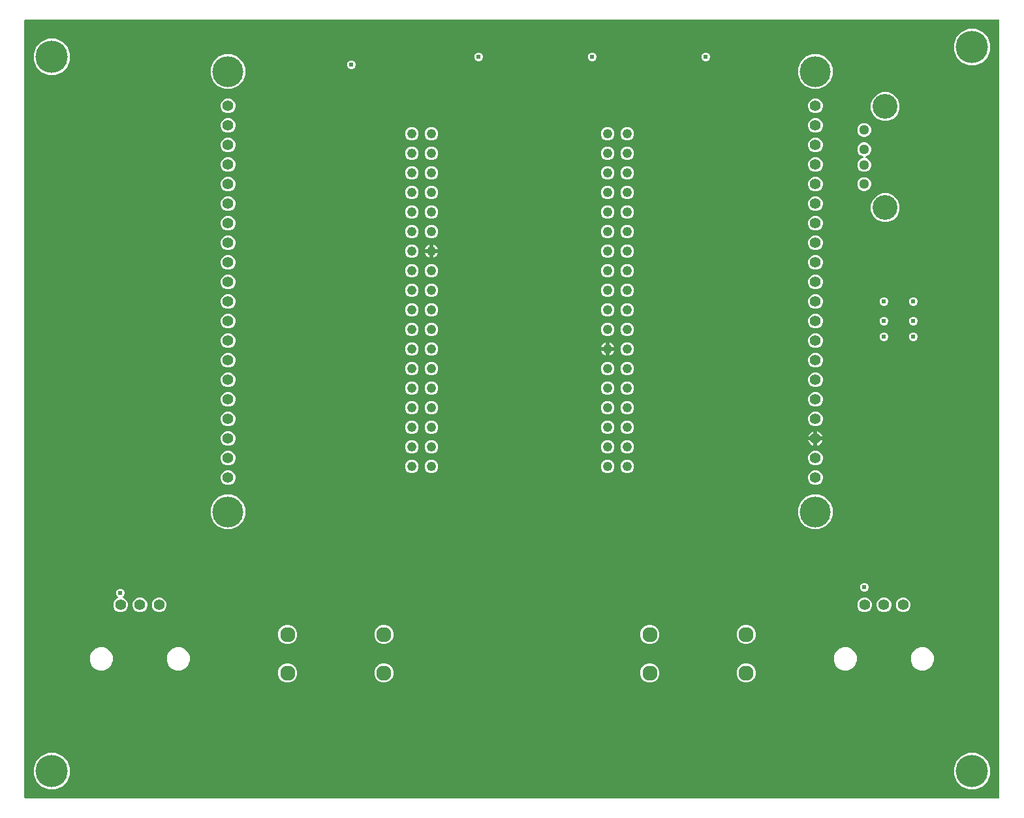
<source format=gbr>
G04 EAGLE Gerber RS-274X export*
G75*
%MOMM*%
%FSLAX34Y34*%
%LPD*%
%INCopper Layer 15*%
%IPPOS*%
%AMOC8*
5,1,8,0,0,1.08239X$1,22.5*%
G01*
%ADD10C,1.244600*%
%ADD11C,1.288000*%
%ADD12C,3.220000*%
%ADD13C,1.400000*%
%ADD14C,1.960000*%
%ADD15C,4.016000*%
%ADD16C,4.191000*%
%ADD17C,0.609600*%

G36*
X1266308Y2556D02*
X1266308Y2556D01*
X1266427Y2563D01*
X1266465Y2576D01*
X1266506Y2581D01*
X1266616Y2624D01*
X1266729Y2661D01*
X1266764Y2683D01*
X1266801Y2698D01*
X1266897Y2767D01*
X1266998Y2831D01*
X1267026Y2861D01*
X1267059Y2884D01*
X1267135Y2976D01*
X1267216Y3063D01*
X1267236Y3098D01*
X1267261Y3129D01*
X1267312Y3237D01*
X1267370Y3341D01*
X1267380Y3381D01*
X1267397Y3417D01*
X1267419Y3534D01*
X1267449Y3649D01*
X1267453Y3709D01*
X1267457Y3729D01*
X1267455Y3750D01*
X1267459Y3810D01*
X1267459Y1012190D01*
X1267444Y1012308D01*
X1267437Y1012427D01*
X1267424Y1012465D01*
X1267419Y1012506D01*
X1267376Y1012616D01*
X1267339Y1012729D01*
X1267317Y1012764D01*
X1267302Y1012801D01*
X1267233Y1012897D01*
X1267169Y1012998D01*
X1267139Y1013026D01*
X1267116Y1013059D01*
X1267024Y1013135D01*
X1266937Y1013216D01*
X1266902Y1013236D01*
X1266871Y1013261D01*
X1266763Y1013312D01*
X1266659Y1013370D01*
X1266619Y1013380D01*
X1266583Y1013397D01*
X1266466Y1013419D01*
X1266351Y1013449D01*
X1266291Y1013453D01*
X1266271Y1013457D01*
X1266250Y1013455D01*
X1266190Y1013459D01*
X3810Y1013459D01*
X3692Y1013444D01*
X3573Y1013437D01*
X3535Y1013424D01*
X3494Y1013419D01*
X3384Y1013376D01*
X3271Y1013339D01*
X3236Y1013317D01*
X3199Y1013302D01*
X3103Y1013233D01*
X3002Y1013169D01*
X2974Y1013139D01*
X2941Y1013116D01*
X2865Y1013024D01*
X2784Y1012937D01*
X2764Y1012902D01*
X2739Y1012871D01*
X2688Y1012763D01*
X2630Y1012659D01*
X2620Y1012619D01*
X2603Y1012583D01*
X2581Y1012466D01*
X2551Y1012351D01*
X2547Y1012291D01*
X2543Y1012271D01*
X2545Y1012250D01*
X2541Y1012190D01*
X2541Y3810D01*
X2556Y3692D01*
X2563Y3573D01*
X2576Y3535D01*
X2581Y3494D01*
X2624Y3384D01*
X2661Y3271D01*
X2683Y3236D01*
X2698Y3199D01*
X2767Y3103D01*
X2831Y3002D01*
X2861Y2974D01*
X2884Y2941D01*
X2976Y2865D01*
X3063Y2784D01*
X3098Y2764D01*
X3129Y2739D01*
X3237Y2688D01*
X3341Y2630D01*
X3381Y2620D01*
X3417Y2603D01*
X3534Y2581D01*
X3649Y2551D01*
X3709Y2547D01*
X3729Y2543D01*
X3750Y2545D01*
X3810Y2541D01*
X1266190Y2541D01*
X1266308Y2556D01*
G37*
%LPC*%
G36*
X1227226Y954404D02*
X1227226Y954404D01*
X1218591Y957981D01*
X1211981Y964591D01*
X1208404Y973226D01*
X1208404Y982574D01*
X1211981Y991209D01*
X1218591Y997819D01*
X1227226Y1001396D01*
X1236574Y1001396D01*
X1245209Y997819D01*
X1251819Y991209D01*
X1255396Y982574D01*
X1255396Y973226D01*
X1251819Y964591D01*
X1245209Y957981D01*
X1236574Y954404D01*
X1227226Y954404D01*
G37*
%LPD*%
%LPC*%
G36*
X33426Y941704D02*
X33426Y941704D01*
X24791Y945281D01*
X18181Y951891D01*
X14604Y960526D01*
X14604Y969874D01*
X18181Y978509D01*
X24791Y985119D01*
X33426Y988696D01*
X42774Y988696D01*
X51409Y985119D01*
X58019Y978509D01*
X61596Y969874D01*
X61596Y960526D01*
X58019Y951891D01*
X51409Y945281D01*
X42774Y941704D01*
X33426Y941704D01*
G37*
%LPD*%
%LPC*%
G36*
X1227226Y14604D02*
X1227226Y14604D01*
X1218591Y18181D01*
X1211981Y24791D01*
X1208404Y33426D01*
X1208404Y42774D01*
X1211981Y51409D01*
X1218591Y58019D01*
X1227226Y61596D01*
X1236574Y61596D01*
X1245209Y58019D01*
X1251819Y51409D01*
X1255396Y42774D01*
X1255396Y33426D01*
X1251819Y24791D01*
X1245209Y18181D01*
X1236574Y14604D01*
X1227226Y14604D01*
G37*
%LPD*%
%LPC*%
G36*
X33426Y14604D02*
X33426Y14604D01*
X24791Y18181D01*
X18181Y24791D01*
X14604Y33426D01*
X14604Y42774D01*
X18181Y51409D01*
X24791Y58019D01*
X33426Y61596D01*
X42774Y61596D01*
X51409Y58019D01*
X58019Y51409D01*
X61596Y42774D01*
X61596Y33426D01*
X58019Y24791D01*
X51409Y18181D01*
X42774Y14604D01*
X33426Y14604D01*
G37*
%LPD*%
%LPC*%
G36*
X1024200Y352029D02*
X1024200Y352029D01*
X1015886Y355473D01*
X1009523Y361836D01*
X1006079Y370150D01*
X1006079Y379150D01*
X1009523Y387464D01*
X1015886Y393827D01*
X1024200Y397271D01*
X1033200Y397271D01*
X1041514Y393827D01*
X1047877Y387464D01*
X1051321Y379150D01*
X1051321Y370150D01*
X1047877Y361836D01*
X1041514Y355473D01*
X1033200Y352029D01*
X1024200Y352029D01*
G37*
%LPD*%
%LPC*%
G36*
X1024200Y923529D02*
X1024200Y923529D01*
X1015886Y926973D01*
X1009523Y933336D01*
X1006079Y941650D01*
X1006079Y950650D01*
X1009523Y958964D01*
X1015886Y965327D01*
X1024200Y968771D01*
X1033200Y968771D01*
X1041514Y965327D01*
X1047877Y958964D01*
X1051321Y950650D01*
X1051321Y941650D01*
X1047877Y933336D01*
X1041514Y926973D01*
X1033200Y923529D01*
X1024200Y923529D01*
G37*
%LPD*%
%LPC*%
G36*
X262200Y923529D02*
X262200Y923529D01*
X253886Y926973D01*
X247523Y933336D01*
X244079Y941650D01*
X244079Y950650D01*
X247523Y958964D01*
X253886Y965327D01*
X262200Y968771D01*
X271200Y968771D01*
X279514Y965327D01*
X285877Y958964D01*
X289321Y950650D01*
X289321Y941650D01*
X285877Y933336D01*
X279514Y926973D01*
X271200Y923529D01*
X262200Y923529D01*
G37*
%LPD*%
%LPC*%
G36*
X262200Y352029D02*
X262200Y352029D01*
X253886Y355473D01*
X247523Y361836D01*
X244079Y370150D01*
X244079Y379150D01*
X247523Y387464D01*
X253886Y393827D01*
X262200Y397271D01*
X271200Y397271D01*
X279514Y393827D01*
X285877Y387464D01*
X289321Y379150D01*
X289321Y370150D01*
X285877Y361836D01*
X279514Y355473D01*
X271200Y352029D01*
X262200Y352029D01*
G37*
%LPD*%
%LPC*%
G36*
X1115592Y882159D02*
X1115592Y882159D01*
X1108741Y884997D01*
X1103497Y890241D01*
X1100659Y897092D01*
X1100659Y904508D01*
X1103497Y911359D01*
X1108741Y916603D01*
X1115592Y919441D01*
X1123008Y919441D01*
X1129859Y916603D01*
X1135103Y911359D01*
X1137941Y904508D01*
X1137941Y897092D01*
X1135103Y890241D01*
X1129859Y884997D01*
X1123008Y882159D01*
X1115592Y882159D01*
G37*
%LPD*%
%LPC*%
G36*
X1115592Y750759D02*
X1115592Y750759D01*
X1108741Y753597D01*
X1103497Y758841D01*
X1100659Y765692D01*
X1100659Y773108D01*
X1103497Y779959D01*
X1108741Y785203D01*
X1115592Y788041D01*
X1123008Y788041D01*
X1129859Y785203D01*
X1135103Y779959D01*
X1137941Y773108D01*
X1137941Y765692D01*
X1135103Y758841D01*
X1129859Y753597D01*
X1123008Y750759D01*
X1115592Y750759D01*
G37*
%LPD*%
%LPC*%
G36*
X1064608Y168959D02*
X1064608Y168959D01*
X1059080Y171249D01*
X1054849Y175480D01*
X1052559Y181008D01*
X1052559Y186992D01*
X1054849Y192520D01*
X1059080Y196751D01*
X1064608Y199041D01*
X1070592Y199041D01*
X1076120Y196751D01*
X1080351Y192520D01*
X1082641Y186992D01*
X1082641Y181008D01*
X1080351Y175480D01*
X1076120Y171249D01*
X1070592Y168959D01*
X1064608Y168959D01*
G37*
%LPD*%
%LPC*%
G36*
X99408Y168959D02*
X99408Y168959D01*
X93880Y171249D01*
X89649Y175480D01*
X87359Y181008D01*
X87359Y186992D01*
X89649Y192520D01*
X93880Y196751D01*
X99408Y199041D01*
X105392Y199041D01*
X110920Y196751D01*
X115151Y192520D01*
X117441Y186992D01*
X117441Y181008D01*
X115151Y175480D01*
X110920Y171249D01*
X105392Y168959D01*
X99408Y168959D01*
G37*
%LPD*%
%LPC*%
G36*
X199408Y168959D02*
X199408Y168959D01*
X193880Y171249D01*
X189649Y175480D01*
X187359Y181008D01*
X187359Y186992D01*
X189649Y192520D01*
X193880Y196751D01*
X199408Y199041D01*
X205392Y199041D01*
X210920Y196751D01*
X215151Y192520D01*
X217441Y186992D01*
X217441Y181008D01*
X215151Y175480D01*
X210920Y171249D01*
X205392Y168959D01*
X199408Y168959D01*
G37*
%LPD*%
%LPC*%
G36*
X1164608Y168959D02*
X1164608Y168959D01*
X1159080Y171249D01*
X1154849Y175480D01*
X1152559Y181008D01*
X1152559Y186992D01*
X1154849Y192520D01*
X1159080Y196751D01*
X1164608Y199041D01*
X1170592Y199041D01*
X1176120Y196751D01*
X1180351Y192520D01*
X1182641Y186992D01*
X1182641Y181008D01*
X1180351Y175480D01*
X1176120Y171249D01*
X1170592Y168959D01*
X1164608Y168959D01*
G37*
%LPD*%
%LPC*%
G36*
X1090414Y816119D02*
X1090414Y816119D01*
X1087113Y817486D01*
X1084586Y820013D01*
X1083219Y823314D01*
X1083219Y826886D01*
X1084586Y830187D01*
X1087113Y832714D01*
X1090043Y833927D01*
X1090164Y833996D01*
X1090287Y834061D01*
X1090302Y834075D01*
X1090320Y834085D01*
X1090420Y834182D01*
X1090522Y834275D01*
X1090534Y834292D01*
X1090548Y834306D01*
X1090621Y834424D01*
X1090697Y834541D01*
X1090704Y834560D01*
X1090714Y834577D01*
X1090755Y834710D01*
X1090800Y834842D01*
X1090802Y834862D01*
X1090808Y834881D01*
X1090815Y835020D01*
X1090826Y835159D01*
X1090822Y835179D01*
X1090823Y835199D01*
X1090795Y835335D01*
X1090771Y835472D01*
X1090763Y835491D01*
X1090759Y835510D01*
X1090698Y835635D01*
X1090641Y835762D01*
X1090628Y835778D01*
X1090619Y835796D01*
X1090529Y835902D01*
X1090442Y836010D01*
X1090426Y836023D01*
X1090413Y836038D01*
X1090299Y836118D01*
X1090188Y836202D01*
X1090163Y836214D01*
X1090153Y836221D01*
X1090133Y836228D01*
X1090043Y836273D01*
X1087113Y837486D01*
X1084586Y840013D01*
X1083219Y843314D01*
X1083219Y846886D01*
X1084586Y850187D01*
X1087113Y852714D01*
X1090414Y854081D01*
X1093986Y854081D01*
X1097287Y852714D01*
X1099814Y850187D01*
X1101181Y846886D01*
X1101181Y843314D01*
X1099814Y840013D01*
X1097287Y837486D01*
X1094357Y836273D01*
X1094236Y836204D01*
X1094113Y836139D01*
X1094098Y836125D01*
X1094080Y836115D01*
X1093980Y836018D01*
X1093878Y835925D01*
X1093867Y835908D01*
X1093852Y835894D01*
X1093779Y835775D01*
X1093703Y835659D01*
X1093696Y835640D01*
X1093686Y835623D01*
X1093645Y835490D01*
X1093600Y835358D01*
X1093598Y835338D01*
X1093592Y835319D01*
X1093585Y835180D01*
X1093574Y835041D01*
X1093578Y835021D01*
X1093577Y835001D01*
X1093605Y834865D01*
X1093629Y834728D01*
X1093637Y834709D01*
X1093641Y834690D01*
X1093703Y834564D01*
X1093759Y834438D01*
X1093772Y834422D01*
X1093781Y834404D01*
X1093871Y834298D01*
X1093958Y834190D01*
X1093974Y834177D01*
X1093987Y834162D01*
X1094101Y834082D01*
X1094212Y833998D01*
X1094237Y833986D01*
X1094247Y833979D01*
X1094267Y833972D01*
X1094357Y833927D01*
X1097287Y832714D01*
X1099814Y830187D01*
X1101181Y826886D01*
X1101181Y823314D01*
X1099814Y820013D01*
X1097287Y817486D01*
X1093986Y816119D01*
X1090414Y816119D01*
G37*
%LPD*%
%LPC*%
G36*
X466445Y203159D02*
X466445Y203159D01*
X461910Y205038D01*
X458438Y208510D01*
X456559Y213045D01*
X456559Y217955D01*
X458438Y222490D01*
X461910Y225962D01*
X466445Y227841D01*
X471355Y227841D01*
X475890Y225962D01*
X479362Y222490D01*
X481241Y217955D01*
X481241Y213045D01*
X479362Y208510D01*
X475890Y205038D01*
X471355Y203159D01*
X466445Y203159D01*
G37*
%LPD*%
%LPC*%
G36*
X466445Y153159D02*
X466445Y153159D01*
X461910Y155038D01*
X458438Y158510D01*
X456559Y163045D01*
X456559Y167955D01*
X458438Y172490D01*
X461910Y175962D01*
X466445Y177841D01*
X471355Y177841D01*
X475890Y175962D01*
X479362Y172490D01*
X481241Y167955D01*
X481241Y163045D01*
X479362Y158510D01*
X475890Y155038D01*
X471355Y153159D01*
X466445Y153159D01*
G37*
%LPD*%
%LPC*%
G36*
X936345Y203159D02*
X936345Y203159D01*
X931810Y205038D01*
X928338Y208510D01*
X926459Y213045D01*
X926459Y217955D01*
X928338Y222490D01*
X931810Y225962D01*
X936345Y227841D01*
X941255Y227841D01*
X945790Y225962D01*
X949262Y222490D01*
X951141Y217955D01*
X951141Y213045D01*
X949262Y208510D01*
X945790Y205038D01*
X941255Y203159D01*
X936345Y203159D01*
G37*
%LPD*%
%LPC*%
G36*
X811345Y203159D02*
X811345Y203159D01*
X806810Y205038D01*
X803338Y208510D01*
X801459Y213045D01*
X801459Y217955D01*
X803338Y222490D01*
X806810Y225962D01*
X811345Y227841D01*
X816255Y227841D01*
X820790Y225962D01*
X824262Y222490D01*
X826141Y217955D01*
X826141Y213045D01*
X824262Y208510D01*
X820790Y205038D01*
X816255Y203159D01*
X811345Y203159D01*
G37*
%LPD*%
%LPC*%
G36*
X341445Y153159D02*
X341445Y153159D01*
X336910Y155038D01*
X333438Y158510D01*
X331559Y163045D01*
X331559Y167955D01*
X333438Y172490D01*
X336910Y175962D01*
X341445Y177841D01*
X346355Y177841D01*
X350890Y175962D01*
X354362Y172490D01*
X356241Y167955D01*
X356241Y163045D01*
X354362Y158510D01*
X350890Y155038D01*
X346355Y153159D01*
X341445Y153159D01*
G37*
%LPD*%
%LPC*%
G36*
X341445Y203159D02*
X341445Y203159D01*
X336910Y205038D01*
X333438Y208510D01*
X331559Y213045D01*
X331559Y217955D01*
X333438Y222490D01*
X336910Y225962D01*
X341445Y227841D01*
X346355Y227841D01*
X350890Y225962D01*
X354362Y222490D01*
X356241Y217955D01*
X356241Y213045D01*
X354362Y208510D01*
X350890Y205038D01*
X346355Y203159D01*
X341445Y203159D01*
G37*
%LPD*%
%LPC*%
G36*
X936345Y153159D02*
X936345Y153159D01*
X931810Y155038D01*
X928338Y158510D01*
X926459Y163045D01*
X926459Y167955D01*
X928338Y172490D01*
X931810Y175962D01*
X936345Y177841D01*
X941255Y177841D01*
X945790Y175962D01*
X949262Y172490D01*
X951141Y167955D01*
X951141Y163045D01*
X949262Y158510D01*
X945790Y155038D01*
X941255Y153159D01*
X936345Y153159D01*
G37*
%LPD*%
%LPC*%
G36*
X811345Y153159D02*
X811345Y153159D01*
X806810Y155038D01*
X803338Y158510D01*
X801459Y163045D01*
X801459Y167955D01*
X803338Y172490D01*
X806810Y175962D01*
X811345Y177841D01*
X816255Y177841D01*
X820790Y175962D01*
X824262Y172490D01*
X826141Y167955D01*
X826141Y163045D01*
X824262Y158510D01*
X820790Y155038D01*
X816255Y153159D01*
X811345Y153159D01*
G37*
%LPD*%
%LPC*%
G36*
X125502Y244459D02*
X125502Y244459D01*
X121996Y245912D01*
X119312Y248596D01*
X117859Y252102D01*
X117859Y255898D01*
X119312Y259404D01*
X121996Y262088D01*
X123248Y262607D01*
X123291Y262631D01*
X123338Y262648D01*
X123429Y262710D01*
X123524Y262764D01*
X123559Y262799D01*
X123601Y262827D01*
X123673Y262909D01*
X123752Y262986D01*
X123778Y263028D01*
X123811Y263065D01*
X123861Y263163D01*
X123919Y263257D01*
X123933Y263304D01*
X123956Y263349D01*
X123980Y263456D01*
X124012Y263561D01*
X124015Y263610D01*
X124025Y263659D01*
X124022Y263769D01*
X124027Y263878D01*
X124017Y263927D01*
X124016Y263977D01*
X123985Y264083D01*
X123963Y264190D01*
X123941Y264234D01*
X123927Y264282D01*
X123872Y264377D01*
X123823Y264476D01*
X123791Y264513D01*
X123766Y264556D01*
X123659Y264677D01*
X122262Y266074D01*
X121411Y268128D01*
X121411Y270352D01*
X122262Y272406D01*
X123834Y273978D01*
X125888Y274829D01*
X128112Y274829D01*
X130166Y273978D01*
X131738Y272406D01*
X132589Y270352D01*
X132589Y268128D01*
X131738Y266074D01*
X130575Y264911D01*
X130544Y264872D01*
X130508Y264839D01*
X130447Y264747D01*
X130380Y264660D01*
X130360Y264615D01*
X130333Y264573D01*
X130297Y264469D01*
X130254Y264368D01*
X130246Y264319D01*
X130230Y264272D01*
X130221Y264163D01*
X130204Y264054D01*
X130208Y264005D01*
X130205Y263955D01*
X130223Y263847D01*
X130234Y263737D01*
X130250Y263691D01*
X130259Y263642D01*
X130304Y263542D01*
X130341Y263438D01*
X130369Y263397D01*
X130390Y263352D01*
X130458Y263266D01*
X130520Y263175D01*
X130557Y263142D01*
X130588Y263103D01*
X130676Y263037D01*
X130758Y262965D01*
X130803Y262942D01*
X130842Y262912D01*
X130987Y262841D01*
X132804Y262088D01*
X135488Y259404D01*
X136941Y255898D01*
X136941Y252102D01*
X135488Y248596D01*
X132804Y245912D01*
X129298Y244459D01*
X125502Y244459D01*
G37*
%LPD*%
%LPC*%
G36*
X264802Y612759D02*
X264802Y612759D01*
X261296Y614212D01*
X258612Y616896D01*
X257159Y620402D01*
X257159Y624198D01*
X258612Y627704D01*
X261296Y630388D01*
X264802Y631841D01*
X268598Y631841D01*
X272104Y630388D01*
X274788Y627704D01*
X276241Y624198D01*
X276241Y620402D01*
X274788Y616896D01*
X272104Y614212D01*
X268598Y612759D01*
X264802Y612759D01*
G37*
%LPD*%
%LPC*%
G36*
X1026802Y815959D02*
X1026802Y815959D01*
X1023296Y817412D01*
X1020612Y820096D01*
X1019159Y823602D01*
X1019159Y827398D01*
X1020612Y830904D01*
X1023296Y833588D01*
X1026802Y835041D01*
X1030598Y835041D01*
X1034104Y833588D01*
X1036788Y830904D01*
X1038241Y827398D01*
X1038241Y823602D01*
X1036788Y820096D01*
X1034104Y817412D01*
X1030598Y815959D01*
X1026802Y815959D01*
G37*
%LPD*%
%LPC*%
G36*
X264802Y815959D02*
X264802Y815959D01*
X261296Y817412D01*
X258612Y820096D01*
X257159Y823602D01*
X257159Y827398D01*
X258612Y830904D01*
X261296Y833588D01*
X264802Y835041D01*
X268598Y835041D01*
X272104Y833588D01*
X274788Y830904D01*
X276241Y827398D01*
X276241Y823602D01*
X274788Y820096D01*
X272104Y817412D01*
X268598Y815959D01*
X264802Y815959D01*
G37*
%LPD*%
%LPC*%
G36*
X1026802Y892159D02*
X1026802Y892159D01*
X1023296Y893612D01*
X1020612Y896296D01*
X1019159Y899802D01*
X1019159Y903598D01*
X1020612Y907104D01*
X1023296Y909788D01*
X1026802Y911241D01*
X1030598Y911241D01*
X1034104Y909788D01*
X1036788Y907104D01*
X1038241Y903598D01*
X1038241Y899802D01*
X1036788Y896296D01*
X1034104Y893612D01*
X1030598Y892159D01*
X1026802Y892159D01*
G37*
%LPD*%
%LPC*%
G36*
X264802Y892159D02*
X264802Y892159D01*
X261296Y893612D01*
X258612Y896296D01*
X257159Y899802D01*
X257159Y903598D01*
X258612Y907104D01*
X261296Y909788D01*
X264802Y911241D01*
X268598Y911241D01*
X272104Y909788D01*
X274788Y907104D01*
X276241Y903598D01*
X276241Y899802D01*
X274788Y896296D01*
X272104Y893612D01*
X268598Y892159D01*
X264802Y892159D01*
G37*
%LPD*%
%LPC*%
G36*
X1026802Y866759D02*
X1026802Y866759D01*
X1023296Y868212D01*
X1020612Y870896D01*
X1019159Y874402D01*
X1019159Y878198D01*
X1020612Y881704D01*
X1023296Y884388D01*
X1026802Y885841D01*
X1030598Y885841D01*
X1034104Y884388D01*
X1036788Y881704D01*
X1038241Y878198D01*
X1038241Y874402D01*
X1036788Y870896D01*
X1034104Y868212D01*
X1030598Y866759D01*
X1026802Y866759D01*
G37*
%LPD*%
%LPC*%
G36*
X264802Y866759D02*
X264802Y866759D01*
X261296Y868212D01*
X258612Y870896D01*
X257159Y874402D01*
X257159Y878198D01*
X258612Y881704D01*
X261296Y884388D01*
X264802Y885841D01*
X268598Y885841D01*
X272104Y884388D01*
X274788Y881704D01*
X276241Y878198D01*
X276241Y874402D01*
X274788Y870896D01*
X272104Y868212D01*
X268598Y866759D01*
X264802Y866759D01*
G37*
%LPD*%
%LPC*%
G36*
X1026802Y790559D02*
X1026802Y790559D01*
X1023296Y792012D01*
X1020612Y794696D01*
X1019159Y798202D01*
X1019159Y801998D01*
X1020612Y805504D01*
X1023296Y808188D01*
X1026802Y809641D01*
X1030598Y809641D01*
X1034104Y808188D01*
X1036788Y805504D01*
X1038241Y801998D01*
X1038241Y798202D01*
X1036788Y794696D01*
X1034104Y792012D01*
X1030598Y790559D01*
X1026802Y790559D01*
G37*
%LPD*%
%LPC*%
G36*
X264802Y790559D02*
X264802Y790559D01*
X261296Y792012D01*
X258612Y794696D01*
X257159Y798202D01*
X257159Y801998D01*
X258612Y805504D01*
X261296Y808188D01*
X264802Y809641D01*
X268598Y809641D01*
X272104Y808188D01*
X274788Y805504D01*
X276241Y801998D01*
X276241Y798202D01*
X274788Y794696D01*
X272104Y792012D01*
X268598Y790559D01*
X264802Y790559D01*
G37*
%LPD*%
%LPC*%
G36*
X1026802Y638159D02*
X1026802Y638159D01*
X1023296Y639612D01*
X1020612Y642296D01*
X1019159Y645802D01*
X1019159Y649598D01*
X1020612Y653104D01*
X1023296Y655788D01*
X1026802Y657241D01*
X1030598Y657241D01*
X1034104Y655788D01*
X1036788Y653104D01*
X1038241Y649598D01*
X1038241Y645802D01*
X1036788Y642296D01*
X1034104Y639612D01*
X1030598Y638159D01*
X1026802Y638159D01*
G37*
%LPD*%
%LPC*%
G36*
X264802Y638159D02*
X264802Y638159D01*
X261296Y639612D01*
X258612Y642296D01*
X257159Y645802D01*
X257159Y649598D01*
X258612Y653104D01*
X261296Y655788D01*
X264802Y657241D01*
X268598Y657241D01*
X272104Y655788D01*
X274788Y653104D01*
X276241Y649598D01*
X276241Y645802D01*
X274788Y642296D01*
X272104Y639612D01*
X268598Y638159D01*
X264802Y638159D01*
G37*
%LPD*%
%LPC*%
G36*
X150502Y244459D02*
X150502Y244459D01*
X146996Y245912D01*
X144312Y248596D01*
X142859Y252102D01*
X142859Y255898D01*
X144312Y259404D01*
X146996Y262088D01*
X150502Y263541D01*
X154298Y263541D01*
X157804Y262088D01*
X160488Y259404D01*
X161941Y255898D01*
X161941Y252102D01*
X160488Y248596D01*
X157804Y245912D01*
X154298Y244459D01*
X150502Y244459D01*
G37*
%LPD*%
%LPC*%
G36*
X175502Y244459D02*
X175502Y244459D01*
X171996Y245912D01*
X169312Y248596D01*
X167859Y252102D01*
X167859Y255898D01*
X169312Y259404D01*
X171996Y262088D01*
X175502Y263541D01*
X179298Y263541D01*
X182804Y262088D01*
X185488Y259404D01*
X186941Y255898D01*
X186941Y252102D01*
X185488Y248596D01*
X182804Y245912D01*
X179298Y244459D01*
X175502Y244459D01*
G37*
%LPD*%
%LPC*%
G36*
X1090702Y244459D02*
X1090702Y244459D01*
X1087196Y245912D01*
X1084512Y248596D01*
X1083059Y252102D01*
X1083059Y255898D01*
X1084512Y259404D01*
X1087196Y262088D01*
X1090702Y263541D01*
X1094498Y263541D01*
X1098004Y262088D01*
X1100688Y259404D01*
X1102141Y255898D01*
X1102141Y252102D01*
X1100688Y248596D01*
X1098004Y245912D01*
X1094498Y244459D01*
X1090702Y244459D01*
G37*
%LPD*%
%LPC*%
G36*
X1115702Y244459D02*
X1115702Y244459D01*
X1112196Y245912D01*
X1109512Y248596D01*
X1108059Y252102D01*
X1108059Y255898D01*
X1109512Y259404D01*
X1112196Y262088D01*
X1115702Y263541D01*
X1119498Y263541D01*
X1123004Y262088D01*
X1125688Y259404D01*
X1127141Y255898D01*
X1127141Y252102D01*
X1125688Y248596D01*
X1123004Y245912D01*
X1119498Y244459D01*
X1115702Y244459D01*
G37*
%LPD*%
%LPC*%
G36*
X1026802Y765159D02*
X1026802Y765159D01*
X1023296Y766612D01*
X1020612Y769296D01*
X1019159Y772802D01*
X1019159Y776598D01*
X1020612Y780104D01*
X1023296Y782788D01*
X1026802Y784241D01*
X1030598Y784241D01*
X1034104Y782788D01*
X1036788Y780104D01*
X1038241Y776598D01*
X1038241Y772802D01*
X1036788Y769296D01*
X1034104Y766612D01*
X1030598Y765159D01*
X1026802Y765159D01*
G37*
%LPD*%
%LPC*%
G36*
X264802Y765159D02*
X264802Y765159D01*
X261296Y766612D01*
X258612Y769296D01*
X257159Y772802D01*
X257159Y776598D01*
X258612Y780104D01*
X261296Y782788D01*
X264802Y784241D01*
X268598Y784241D01*
X272104Y782788D01*
X274788Y780104D01*
X276241Y776598D01*
X276241Y772802D01*
X274788Y769296D01*
X272104Y766612D01*
X268598Y765159D01*
X264802Y765159D01*
G37*
%LPD*%
%LPC*%
G36*
X1140702Y244459D02*
X1140702Y244459D01*
X1137196Y245912D01*
X1134512Y248596D01*
X1133059Y252102D01*
X1133059Y255898D01*
X1134512Y259404D01*
X1137196Y262088D01*
X1140702Y263541D01*
X1144498Y263541D01*
X1148004Y262088D01*
X1150688Y259404D01*
X1152141Y255898D01*
X1152141Y252102D01*
X1150688Y248596D01*
X1148004Y245912D01*
X1144498Y244459D01*
X1140702Y244459D01*
G37*
%LPD*%
%LPC*%
G36*
X1026802Y841359D02*
X1026802Y841359D01*
X1023296Y842812D01*
X1020612Y845496D01*
X1019159Y849002D01*
X1019159Y852798D01*
X1020612Y856304D01*
X1023296Y858988D01*
X1026802Y860441D01*
X1030598Y860441D01*
X1034104Y858988D01*
X1036788Y856304D01*
X1038241Y852798D01*
X1038241Y849002D01*
X1036788Y845496D01*
X1034104Y842812D01*
X1030598Y841359D01*
X1026802Y841359D01*
G37*
%LPD*%
%LPC*%
G36*
X264802Y841359D02*
X264802Y841359D01*
X261296Y842812D01*
X258612Y845496D01*
X257159Y849002D01*
X257159Y852798D01*
X258612Y856304D01*
X261296Y858988D01*
X264802Y860441D01*
X268598Y860441D01*
X272104Y858988D01*
X274788Y856304D01*
X276241Y852798D01*
X276241Y849002D01*
X274788Y845496D01*
X272104Y842812D01*
X268598Y841359D01*
X264802Y841359D01*
G37*
%LPD*%
%LPC*%
G36*
X264802Y409559D02*
X264802Y409559D01*
X261296Y411012D01*
X258612Y413696D01*
X257159Y417202D01*
X257159Y420998D01*
X258612Y424504D01*
X261296Y427188D01*
X264802Y428641D01*
X268598Y428641D01*
X272104Y427188D01*
X274788Y424504D01*
X276241Y420998D01*
X276241Y417202D01*
X274788Y413696D01*
X272104Y411012D01*
X268598Y409559D01*
X264802Y409559D01*
G37*
%LPD*%
%LPC*%
G36*
X1026802Y739759D02*
X1026802Y739759D01*
X1023296Y741212D01*
X1020612Y743896D01*
X1019159Y747402D01*
X1019159Y751198D01*
X1020612Y754704D01*
X1023296Y757388D01*
X1026802Y758841D01*
X1030598Y758841D01*
X1034104Y757388D01*
X1036788Y754704D01*
X1038241Y751198D01*
X1038241Y747402D01*
X1036788Y743896D01*
X1034104Y741212D01*
X1030598Y739759D01*
X1026802Y739759D01*
G37*
%LPD*%
%LPC*%
G36*
X264802Y739759D02*
X264802Y739759D01*
X261296Y741212D01*
X258612Y743896D01*
X257159Y747402D01*
X257159Y751198D01*
X258612Y754704D01*
X261296Y757388D01*
X264802Y758841D01*
X268598Y758841D01*
X272104Y757388D01*
X274788Y754704D01*
X276241Y751198D01*
X276241Y747402D01*
X274788Y743896D01*
X272104Y741212D01*
X268598Y739759D01*
X264802Y739759D01*
G37*
%LPD*%
%LPC*%
G36*
X1026802Y409559D02*
X1026802Y409559D01*
X1023296Y411012D01*
X1020612Y413696D01*
X1019159Y417202D01*
X1019159Y420998D01*
X1020612Y424504D01*
X1023296Y427188D01*
X1026802Y428641D01*
X1030598Y428641D01*
X1034104Y427188D01*
X1036788Y424504D01*
X1038241Y420998D01*
X1038241Y417202D01*
X1036788Y413696D01*
X1034104Y411012D01*
X1030598Y409559D01*
X1026802Y409559D01*
G37*
%LPD*%
%LPC*%
G36*
X264802Y434959D02*
X264802Y434959D01*
X261296Y436412D01*
X258612Y439096D01*
X257159Y442602D01*
X257159Y446398D01*
X258612Y449904D01*
X261296Y452588D01*
X264802Y454041D01*
X268598Y454041D01*
X272104Y452588D01*
X274788Y449904D01*
X276241Y446398D01*
X276241Y442602D01*
X274788Y439096D01*
X272104Y436412D01*
X268598Y434959D01*
X264802Y434959D01*
G37*
%LPD*%
%LPC*%
G36*
X1026802Y434959D02*
X1026802Y434959D01*
X1023296Y436412D01*
X1020612Y439096D01*
X1019159Y442602D01*
X1019159Y446398D01*
X1020612Y449904D01*
X1023296Y452588D01*
X1026802Y454041D01*
X1030598Y454041D01*
X1034104Y452588D01*
X1036788Y449904D01*
X1038241Y446398D01*
X1038241Y442602D01*
X1036788Y439096D01*
X1034104Y436412D01*
X1030598Y434959D01*
X1026802Y434959D01*
G37*
%LPD*%
%LPC*%
G36*
X264802Y460359D02*
X264802Y460359D01*
X261296Y461812D01*
X258612Y464496D01*
X257159Y468002D01*
X257159Y471798D01*
X258612Y475304D01*
X261296Y477988D01*
X264802Y479441D01*
X268598Y479441D01*
X272104Y477988D01*
X274788Y475304D01*
X276241Y471798D01*
X276241Y468002D01*
X274788Y464496D01*
X272104Y461812D01*
X268598Y460359D01*
X264802Y460359D01*
G37*
%LPD*%
%LPC*%
G36*
X1026802Y714359D02*
X1026802Y714359D01*
X1023296Y715812D01*
X1020612Y718496D01*
X1019159Y722002D01*
X1019159Y725798D01*
X1020612Y729304D01*
X1023296Y731988D01*
X1026802Y733441D01*
X1030598Y733441D01*
X1034104Y731988D01*
X1036788Y729304D01*
X1038241Y725798D01*
X1038241Y722002D01*
X1036788Y718496D01*
X1034104Y715812D01*
X1030598Y714359D01*
X1026802Y714359D01*
G37*
%LPD*%
%LPC*%
G36*
X264802Y714359D02*
X264802Y714359D01*
X261296Y715812D01*
X258612Y718496D01*
X257159Y722002D01*
X257159Y725798D01*
X258612Y729304D01*
X261296Y731988D01*
X264802Y733441D01*
X268598Y733441D01*
X272104Y731988D01*
X274788Y729304D01*
X276241Y725798D01*
X276241Y722002D01*
X274788Y718496D01*
X272104Y715812D01*
X268598Y714359D01*
X264802Y714359D01*
G37*
%LPD*%
%LPC*%
G36*
X264802Y485759D02*
X264802Y485759D01*
X261296Y487212D01*
X258612Y489896D01*
X257159Y493402D01*
X257159Y497198D01*
X258612Y500704D01*
X261296Y503388D01*
X264802Y504841D01*
X268598Y504841D01*
X272104Y503388D01*
X274788Y500704D01*
X276241Y497198D01*
X276241Y493402D01*
X274788Y489896D01*
X272104Y487212D01*
X268598Y485759D01*
X264802Y485759D01*
G37*
%LPD*%
%LPC*%
G36*
X1026802Y485759D02*
X1026802Y485759D01*
X1023296Y487212D01*
X1020612Y489896D01*
X1019159Y493402D01*
X1019159Y497198D01*
X1020612Y500704D01*
X1023296Y503388D01*
X1026802Y504841D01*
X1030598Y504841D01*
X1034104Y503388D01*
X1036788Y500704D01*
X1038241Y497198D01*
X1038241Y493402D01*
X1036788Y489896D01*
X1034104Y487212D01*
X1030598Y485759D01*
X1026802Y485759D01*
G37*
%LPD*%
%LPC*%
G36*
X264802Y511159D02*
X264802Y511159D01*
X261296Y512612D01*
X258612Y515296D01*
X257159Y518802D01*
X257159Y522598D01*
X258612Y526104D01*
X261296Y528788D01*
X264802Y530241D01*
X268598Y530241D01*
X272104Y528788D01*
X274788Y526104D01*
X276241Y522598D01*
X276241Y518802D01*
X274788Y515296D01*
X272104Y512612D01*
X268598Y511159D01*
X264802Y511159D01*
G37*
%LPD*%
%LPC*%
G36*
X1026802Y511159D02*
X1026802Y511159D01*
X1023296Y512612D01*
X1020612Y515296D01*
X1019159Y518802D01*
X1019159Y522598D01*
X1020612Y526104D01*
X1023296Y528788D01*
X1026802Y530241D01*
X1030598Y530241D01*
X1034104Y528788D01*
X1036788Y526104D01*
X1038241Y522598D01*
X1038241Y518802D01*
X1036788Y515296D01*
X1034104Y512612D01*
X1030598Y511159D01*
X1026802Y511159D01*
G37*
%LPD*%
%LPC*%
G36*
X264802Y536559D02*
X264802Y536559D01*
X261296Y538012D01*
X258612Y540696D01*
X257159Y544202D01*
X257159Y547998D01*
X258612Y551504D01*
X261296Y554188D01*
X264802Y555641D01*
X268598Y555641D01*
X272104Y554188D01*
X274788Y551504D01*
X276241Y547998D01*
X276241Y544202D01*
X274788Y540696D01*
X272104Y538012D01*
X268598Y536559D01*
X264802Y536559D01*
G37*
%LPD*%
%LPC*%
G36*
X1026802Y536559D02*
X1026802Y536559D01*
X1023296Y538012D01*
X1020612Y540696D01*
X1019159Y544202D01*
X1019159Y547998D01*
X1020612Y551504D01*
X1023296Y554188D01*
X1026802Y555641D01*
X1030598Y555641D01*
X1034104Y554188D01*
X1036788Y551504D01*
X1038241Y547998D01*
X1038241Y544202D01*
X1036788Y540696D01*
X1034104Y538012D01*
X1030598Y536559D01*
X1026802Y536559D01*
G37*
%LPD*%
%LPC*%
G36*
X264802Y561959D02*
X264802Y561959D01*
X261296Y563412D01*
X258612Y566096D01*
X257159Y569602D01*
X257159Y573398D01*
X258612Y576904D01*
X261296Y579588D01*
X264802Y581041D01*
X268598Y581041D01*
X272104Y579588D01*
X274788Y576904D01*
X276241Y573398D01*
X276241Y569602D01*
X274788Y566096D01*
X272104Y563412D01*
X268598Y561959D01*
X264802Y561959D01*
G37*
%LPD*%
%LPC*%
G36*
X1026802Y688959D02*
X1026802Y688959D01*
X1023296Y690412D01*
X1020612Y693096D01*
X1019159Y696602D01*
X1019159Y700398D01*
X1020612Y703904D01*
X1023296Y706588D01*
X1026802Y708041D01*
X1030598Y708041D01*
X1034104Y706588D01*
X1036788Y703904D01*
X1038241Y700398D01*
X1038241Y696602D01*
X1036788Y693096D01*
X1034104Y690412D01*
X1030598Y688959D01*
X1026802Y688959D01*
G37*
%LPD*%
%LPC*%
G36*
X264802Y688959D02*
X264802Y688959D01*
X261296Y690412D01*
X258612Y693096D01*
X257159Y696602D01*
X257159Y700398D01*
X258612Y703904D01*
X261296Y706588D01*
X264802Y708041D01*
X268598Y708041D01*
X272104Y706588D01*
X274788Y703904D01*
X276241Y700398D01*
X276241Y696602D01*
X274788Y693096D01*
X272104Y690412D01*
X268598Y688959D01*
X264802Y688959D01*
G37*
%LPD*%
%LPC*%
G36*
X1026802Y561959D02*
X1026802Y561959D01*
X1023296Y563412D01*
X1020612Y566096D01*
X1019159Y569602D01*
X1019159Y573398D01*
X1020612Y576904D01*
X1023296Y579588D01*
X1026802Y581041D01*
X1030598Y581041D01*
X1034104Y579588D01*
X1036788Y576904D01*
X1038241Y573398D01*
X1038241Y569602D01*
X1036788Y566096D01*
X1034104Y563412D01*
X1030598Y561959D01*
X1026802Y561959D01*
G37*
%LPD*%
%LPC*%
G36*
X264802Y587359D02*
X264802Y587359D01*
X261296Y588812D01*
X258612Y591496D01*
X257159Y595002D01*
X257159Y598798D01*
X258612Y602304D01*
X261296Y604988D01*
X264802Y606441D01*
X268598Y606441D01*
X272104Y604988D01*
X274788Y602304D01*
X276241Y598798D01*
X276241Y595002D01*
X274788Y591496D01*
X272104Y588812D01*
X268598Y587359D01*
X264802Y587359D01*
G37*
%LPD*%
%LPC*%
G36*
X1026802Y587359D02*
X1026802Y587359D01*
X1023296Y588812D01*
X1020612Y591496D01*
X1019159Y595002D01*
X1019159Y598798D01*
X1020612Y602304D01*
X1023296Y604988D01*
X1026802Y606441D01*
X1030598Y606441D01*
X1034104Y604988D01*
X1036788Y602304D01*
X1038241Y598798D01*
X1038241Y595002D01*
X1036788Y591496D01*
X1034104Y588812D01*
X1030598Y587359D01*
X1026802Y587359D01*
G37*
%LPD*%
%LPC*%
G36*
X1026802Y612759D02*
X1026802Y612759D01*
X1023296Y614212D01*
X1020612Y616896D01*
X1019159Y620402D01*
X1019159Y624198D01*
X1020612Y627704D01*
X1023296Y630388D01*
X1026802Y631841D01*
X1030598Y631841D01*
X1034104Y630388D01*
X1036788Y627704D01*
X1038241Y624198D01*
X1038241Y620402D01*
X1036788Y616896D01*
X1034104Y614212D01*
X1030598Y612759D01*
X1026802Y612759D01*
G37*
%LPD*%
%LPC*%
G36*
X1026802Y663559D02*
X1026802Y663559D01*
X1023296Y665012D01*
X1020612Y667696D01*
X1019159Y671202D01*
X1019159Y674998D01*
X1020612Y678504D01*
X1023296Y681188D01*
X1026802Y682641D01*
X1030598Y682641D01*
X1034104Y681188D01*
X1036788Y678504D01*
X1038241Y674998D01*
X1038241Y671202D01*
X1036788Y667696D01*
X1034104Y665012D01*
X1030598Y663559D01*
X1026802Y663559D01*
G37*
%LPD*%
%LPC*%
G36*
X264802Y663559D02*
X264802Y663559D01*
X261296Y665012D01*
X258612Y667696D01*
X257159Y671202D01*
X257159Y674998D01*
X258612Y678504D01*
X261296Y681188D01*
X264802Y682641D01*
X268598Y682641D01*
X272104Y681188D01*
X274788Y678504D01*
X276241Y674998D01*
X276241Y671202D01*
X274788Y667696D01*
X272104Y665012D01*
X268598Y663559D01*
X264802Y663559D01*
G37*
%LPD*%
%LPC*%
G36*
X1090414Y861119D02*
X1090414Y861119D01*
X1087113Y862486D01*
X1084586Y865013D01*
X1083219Y868314D01*
X1083219Y871886D01*
X1084586Y875187D01*
X1087113Y877714D01*
X1090414Y879081D01*
X1093986Y879081D01*
X1097287Y877714D01*
X1099814Y875187D01*
X1101181Y871886D01*
X1101181Y868314D01*
X1099814Y865013D01*
X1097287Y862486D01*
X1093986Y861119D01*
X1090414Y861119D01*
G37*
%LPD*%
%LPC*%
G36*
X1090414Y791119D02*
X1090414Y791119D01*
X1087113Y792486D01*
X1084586Y795013D01*
X1083219Y798314D01*
X1083219Y801886D01*
X1084586Y805187D01*
X1087113Y807714D01*
X1090414Y809081D01*
X1093986Y809081D01*
X1097287Y807714D01*
X1099814Y805187D01*
X1101181Y801886D01*
X1101181Y798314D01*
X1099814Y795013D01*
X1097287Y792486D01*
X1093986Y791119D01*
X1090414Y791119D01*
G37*
%LPD*%
%LPC*%
G36*
X528857Y653496D02*
X528857Y653496D01*
X525636Y654830D01*
X523170Y657296D01*
X521836Y660517D01*
X521836Y664003D01*
X523170Y667224D01*
X525636Y669690D01*
X528857Y671024D01*
X532343Y671024D01*
X535564Y669690D01*
X538030Y667224D01*
X539364Y664003D01*
X539364Y660517D01*
X538030Y657296D01*
X535564Y654830D01*
X532343Y653496D01*
X528857Y653496D01*
G37*
%LPD*%
%LPC*%
G36*
X503457Y653496D02*
X503457Y653496D01*
X500236Y654830D01*
X497770Y657296D01*
X496436Y660517D01*
X496436Y664003D01*
X497770Y667224D01*
X500236Y669690D01*
X503457Y671024D01*
X506943Y671024D01*
X510164Y669690D01*
X512630Y667224D01*
X513964Y664003D01*
X513964Y660517D01*
X512630Y657296D01*
X510164Y654830D01*
X506943Y653496D01*
X503457Y653496D01*
G37*
%LPD*%
%LPC*%
G36*
X757457Y653496D02*
X757457Y653496D01*
X754236Y654830D01*
X751770Y657296D01*
X750436Y660517D01*
X750436Y664003D01*
X751770Y667224D01*
X754236Y669690D01*
X757457Y671024D01*
X760943Y671024D01*
X764164Y669690D01*
X766630Y667224D01*
X767964Y664003D01*
X767964Y660517D01*
X766630Y657296D01*
X764164Y654830D01*
X760943Y653496D01*
X757457Y653496D01*
G37*
%LPD*%
%LPC*%
G36*
X782857Y653496D02*
X782857Y653496D01*
X779636Y654830D01*
X777170Y657296D01*
X775836Y660517D01*
X775836Y664003D01*
X777170Y667224D01*
X779636Y669690D01*
X782857Y671024D01*
X786343Y671024D01*
X789564Y669690D01*
X792030Y667224D01*
X793364Y664003D01*
X793364Y660517D01*
X792030Y657296D01*
X789564Y654830D01*
X786343Y653496D01*
X782857Y653496D01*
G37*
%LPD*%
%LPC*%
G36*
X782857Y805896D02*
X782857Y805896D01*
X779636Y807230D01*
X777170Y809696D01*
X775836Y812917D01*
X775836Y816403D01*
X777170Y819624D01*
X779636Y822090D01*
X782857Y823424D01*
X786343Y823424D01*
X789564Y822090D01*
X792030Y819624D01*
X793364Y816403D01*
X793364Y812917D01*
X792030Y809696D01*
X789564Y807230D01*
X786343Y805896D01*
X782857Y805896D01*
G37*
%LPD*%
%LPC*%
G36*
X757457Y805896D02*
X757457Y805896D01*
X754236Y807230D01*
X751770Y809696D01*
X750436Y812917D01*
X750436Y816403D01*
X751770Y819624D01*
X754236Y822090D01*
X757457Y823424D01*
X760943Y823424D01*
X764164Y822090D01*
X766630Y819624D01*
X767964Y816403D01*
X767964Y812917D01*
X766630Y809696D01*
X764164Y807230D01*
X760943Y805896D01*
X757457Y805896D01*
G37*
%LPD*%
%LPC*%
G36*
X528857Y628096D02*
X528857Y628096D01*
X525636Y629430D01*
X523170Y631896D01*
X521836Y635117D01*
X521836Y638603D01*
X523170Y641824D01*
X525636Y644290D01*
X528857Y645624D01*
X532343Y645624D01*
X535564Y644290D01*
X538030Y641824D01*
X539364Y638603D01*
X539364Y635117D01*
X538030Y631896D01*
X535564Y629430D01*
X532343Y628096D01*
X528857Y628096D01*
G37*
%LPD*%
%LPC*%
G36*
X503457Y628096D02*
X503457Y628096D01*
X500236Y629430D01*
X497770Y631896D01*
X496436Y635117D01*
X496436Y638603D01*
X497770Y641824D01*
X500236Y644290D01*
X503457Y645624D01*
X506943Y645624D01*
X510164Y644290D01*
X512630Y641824D01*
X513964Y638603D01*
X513964Y635117D01*
X512630Y631896D01*
X510164Y629430D01*
X506943Y628096D01*
X503457Y628096D01*
G37*
%LPD*%
%LPC*%
G36*
X782857Y628096D02*
X782857Y628096D01*
X779636Y629430D01*
X777170Y631896D01*
X775836Y635117D01*
X775836Y638603D01*
X777170Y641824D01*
X779636Y644290D01*
X782857Y645624D01*
X786343Y645624D01*
X789564Y644290D01*
X792030Y641824D01*
X793364Y638603D01*
X793364Y635117D01*
X792030Y631896D01*
X789564Y629430D01*
X786343Y628096D01*
X782857Y628096D01*
G37*
%LPD*%
%LPC*%
G36*
X757457Y628096D02*
X757457Y628096D01*
X754236Y629430D01*
X751770Y631896D01*
X750436Y635117D01*
X750436Y638603D01*
X751770Y641824D01*
X754236Y644290D01*
X757457Y645624D01*
X760943Y645624D01*
X764164Y644290D01*
X766630Y641824D01*
X767964Y638603D01*
X767964Y635117D01*
X766630Y631896D01*
X764164Y629430D01*
X760943Y628096D01*
X757457Y628096D01*
G37*
%LPD*%
%LPC*%
G36*
X503457Y678896D02*
X503457Y678896D01*
X500236Y680230D01*
X497770Y682696D01*
X496436Y685917D01*
X496436Y689403D01*
X497770Y692624D01*
X500236Y695090D01*
X503457Y696424D01*
X506943Y696424D01*
X510164Y695090D01*
X512630Y692624D01*
X513964Y689403D01*
X513964Y685917D01*
X512630Y682696D01*
X510164Y680230D01*
X506943Y678896D01*
X503457Y678896D01*
G37*
%LPD*%
%LPC*%
G36*
X757457Y831296D02*
X757457Y831296D01*
X754236Y832630D01*
X751770Y835096D01*
X750436Y838317D01*
X750436Y841803D01*
X751770Y845024D01*
X754236Y847490D01*
X757457Y848824D01*
X760943Y848824D01*
X764164Y847490D01*
X766630Y845024D01*
X767964Y841803D01*
X767964Y838317D01*
X766630Y835096D01*
X764164Y832630D01*
X760943Y831296D01*
X757457Y831296D01*
G37*
%LPD*%
%LPC*%
G36*
X503457Y831296D02*
X503457Y831296D01*
X500236Y832630D01*
X497770Y835096D01*
X496436Y838317D01*
X496436Y841803D01*
X497770Y845024D01*
X500236Y847490D01*
X503457Y848824D01*
X506943Y848824D01*
X510164Y847490D01*
X512630Y845024D01*
X513964Y841803D01*
X513964Y838317D01*
X512630Y835096D01*
X510164Y832630D01*
X506943Y831296D01*
X503457Y831296D01*
G37*
%LPD*%
%LPC*%
G36*
X528857Y805896D02*
X528857Y805896D01*
X525636Y807230D01*
X523170Y809696D01*
X521836Y812917D01*
X521836Y816403D01*
X523170Y819624D01*
X525636Y822090D01*
X528857Y823424D01*
X532343Y823424D01*
X535564Y822090D01*
X538030Y819624D01*
X539364Y816403D01*
X539364Y812917D01*
X538030Y809696D01*
X535564Y807230D01*
X532343Y805896D01*
X528857Y805896D01*
G37*
%LPD*%
%LPC*%
G36*
X782857Y602696D02*
X782857Y602696D01*
X779636Y604030D01*
X777170Y606496D01*
X775836Y609717D01*
X775836Y613203D01*
X777170Y616424D01*
X779636Y618890D01*
X782857Y620224D01*
X786343Y620224D01*
X789564Y618890D01*
X792030Y616424D01*
X793364Y613203D01*
X793364Y609717D01*
X792030Y606496D01*
X789564Y604030D01*
X786343Y602696D01*
X782857Y602696D01*
G37*
%LPD*%
%LPC*%
G36*
X757457Y602696D02*
X757457Y602696D01*
X754236Y604030D01*
X751770Y606496D01*
X750436Y609717D01*
X750436Y613203D01*
X751770Y616424D01*
X754236Y618890D01*
X757457Y620224D01*
X760943Y620224D01*
X764164Y618890D01*
X766630Y616424D01*
X767964Y613203D01*
X767964Y609717D01*
X766630Y606496D01*
X764164Y604030D01*
X760943Y602696D01*
X757457Y602696D01*
G37*
%LPD*%
%LPC*%
G36*
X528857Y602696D02*
X528857Y602696D01*
X525636Y604030D01*
X523170Y606496D01*
X521836Y609717D01*
X521836Y613203D01*
X523170Y616424D01*
X525636Y618890D01*
X528857Y620224D01*
X532343Y620224D01*
X535564Y618890D01*
X538030Y616424D01*
X539364Y613203D01*
X539364Y609717D01*
X538030Y606496D01*
X535564Y604030D01*
X532343Y602696D01*
X528857Y602696D01*
G37*
%LPD*%
%LPC*%
G36*
X503457Y602696D02*
X503457Y602696D01*
X500236Y604030D01*
X497770Y606496D01*
X496436Y609717D01*
X496436Y613203D01*
X497770Y616424D01*
X500236Y618890D01*
X503457Y620224D01*
X506943Y620224D01*
X510164Y618890D01*
X512630Y616424D01*
X513964Y613203D01*
X513964Y609717D01*
X512630Y606496D01*
X510164Y604030D01*
X506943Y602696D01*
X503457Y602696D01*
G37*
%LPD*%
%LPC*%
G36*
X503457Y805896D02*
X503457Y805896D01*
X500236Y807230D01*
X497770Y809696D01*
X496436Y812917D01*
X496436Y816403D01*
X497770Y819624D01*
X500236Y822090D01*
X503457Y823424D01*
X506943Y823424D01*
X510164Y822090D01*
X512630Y819624D01*
X513964Y816403D01*
X513964Y812917D01*
X512630Y809696D01*
X510164Y807230D01*
X506943Y805896D01*
X503457Y805896D01*
G37*
%LPD*%
%LPC*%
G36*
X528857Y780496D02*
X528857Y780496D01*
X525636Y781830D01*
X523170Y784296D01*
X521836Y787517D01*
X521836Y791003D01*
X523170Y794224D01*
X525636Y796690D01*
X528857Y798024D01*
X532343Y798024D01*
X535564Y796690D01*
X538030Y794224D01*
X539364Y791003D01*
X539364Y787517D01*
X538030Y784296D01*
X535564Y781830D01*
X532343Y780496D01*
X528857Y780496D01*
G37*
%LPD*%
%LPC*%
G36*
X528857Y678896D02*
X528857Y678896D01*
X525636Y680230D01*
X523170Y682696D01*
X521836Y685917D01*
X521836Y689403D01*
X523170Y692624D01*
X525636Y695090D01*
X528857Y696424D01*
X532343Y696424D01*
X535564Y695090D01*
X538030Y692624D01*
X539364Y689403D01*
X539364Y685917D01*
X538030Y682696D01*
X535564Y680230D01*
X532343Y678896D01*
X528857Y678896D01*
G37*
%LPD*%
%LPC*%
G36*
X757457Y678896D02*
X757457Y678896D01*
X754236Y680230D01*
X751770Y682696D01*
X750436Y685917D01*
X750436Y689403D01*
X751770Y692624D01*
X754236Y695090D01*
X757457Y696424D01*
X760943Y696424D01*
X764164Y695090D01*
X766630Y692624D01*
X767964Y689403D01*
X767964Y685917D01*
X766630Y682696D01*
X764164Y680230D01*
X760943Y678896D01*
X757457Y678896D01*
G37*
%LPD*%
%LPC*%
G36*
X782857Y577296D02*
X782857Y577296D01*
X779636Y578630D01*
X777170Y581096D01*
X775836Y584317D01*
X775836Y587803D01*
X777170Y591024D01*
X779636Y593490D01*
X782857Y594824D01*
X786343Y594824D01*
X789564Y593490D01*
X792030Y591024D01*
X793364Y587803D01*
X793364Y584317D01*
X792030Y581096D01*
X789564Y578630D01*
X786343Y577296D01*
X782857Y577296D01*
G37*
%LPD*%
%LPC*%
G36*
X528857Y577296D02*
X528857Y577296D01*
X525636Y578630D01*
X523170Y581096D01*
X521836Y584317D01*
X521836Y587803D01*
X523170Y591024D01*
X525636Y593490D01*
X528857Y594824D01*
X532343Y594824D01*
X535564Y593490D01*
X538030Y591024D01*
X539364Y587803D01*
X539364Y584317D01*
X538030Y581096D01*
X535564Y578630D01*
X532343Y577296D01*
X528857Y577296D01*
G37*
%LPD*%
%LPC*%
G36*
X503457Y577296D02*
X503457Y577296D01*
X500236Y578630D01*
X497770Y581096D01*
X496436Y584317D01*
X496436Y587803D01*
X497770Y591024D01*
X500236Y593490D01*
X503457Y594824D01*
X506943Y594824D01*
X510164Y593490D01*
X512630Y591024D01*
X513964Y587803D01*
X513964Y584317D01*
X512630Y581096D01*
X510164Y578630D01*
X506943Y577296D01*
X503457Y577296D01*
G37*
%LPD*%
%LPC*%
G36*
X528857Y856696D02*
X528857Y856696D01*
X525636Y858030D01*
X523170Y860496D01*
X521836Y863717D01*
X521836Y867203D01*
X523170Y870424D01*
X525636Y872890D01*
X528857Y874224D01*
X532343Y874224D01*
X535564Y872890D01*
X538030Y870424D01*
X539364Y867203D01*
X539364Y863717D01*
X538030Y860496D01*
X535564Y858030D01*
X532343Y856696D01*
X528857Y856696D01*
G37*
%LPD*%
%LPC*%
G36*
X503457Y856696D02*
X503457Y856696D01*
X500236Y858030D01*
X497770Y860496D01*
X496436Y863717D01*
X496436Y867203D01*
X497770Y870424D01*
X500236Y872890D01*
X503457Y874224D01*
X506943Y874224D01*
X510164Y872890D01*
X512630Y870424D01*
X513964Y867203D01*
X513964Y863717D01*
X512630Y860496D01*
X510164Y858030D01*
X506943Y856696D01*
X503457Y856696D01*
G37*
%LPD*%
%LPC*%
G36*
X782857Y856696D02*
X782857Y856696D01*
X779636Y858030D01*
X777170Y860496D01*
X775836Y863717D01*
X775836Y867203D01*
X777170Y870424D01*
X779636Y872890D01*
X782857Y874224D01*
X786343Y874224D01*
X789564Y872890D01*
X792030Y870424D01*
X793364Y867203D01*
X793364Y863717D01*
X792030Y860496D01*
X789564Y858030D01*
X786343Y856696D01*
X782857Y856696D01*
G37*
%LPD*%
%LPC*%
G36*
X757457Y856696D02*
X757457Y856696D01*
X754236Y858030D01*
X751770Y860496D01*
X750436Y863717D01*
X750436Y867203D01*
X751770Y870424D01*
X754236Y872890D01*
X757457Y874224D01*
X760943Y874224D01*
X764164Y872890D01*
X766630Y870424D01*
X767964Y867203D01*
X767964Y863717D01*
X766630Y860496D01*
X764164Y858030D01*
X760943Y856696D01*
X757457Y856696D01*
G37*
%LPD*%
%LPC*%
G36*
X782857Y678896D02*
X782857Y678896D01*
X779636Y680230D01*
X777170Y682696D01*
X775836Y685917D01*
X775836Y689403D01*
X777170Y692624D01*
X779636Y695090D01*
X782857Y696424D01*
X786343Y696424D01*
X789564Y695090D01*
X792030Y692624D01*
X793364Y689403D01*
X793364Y685917D01*
X792030Y682696D01*
X789564Y680230D01*
X786343Y678896D01*
X782857Y678896D01*
G37*
%LPD*%
%LPC*%
G36*
X503457Y780496D02*
X503457Y780496D01*
X500236Y781830D01*
X497770Y784296D01*
X496436Y787517D01*
X496436Y791003D01*
X497770Y794224D01*
X500236Y796690D01*
X503457Y798024D01*
X506943Y798024D01*
X510164Y796690D01*
X512630Y794224D01*
X513964Y791003D01*
X513964Y787517D01*
X512630Y784296D01*
X510164Y781830D01*
X506943Y780496D01*
X503457Y780496D01*
G37*
%LPD*%
%LPC*%
G36*
X782857Y551896D02*
X782857Y551896D01*
X779636Y553230D01*
X777170Y555696D01*
X775836Y558917D01*
X775836Y562403D01*
X777170Y565624D01*
X779636Y568090D01*
X782857Y569424D01*
X786343Y569424D01*
X789564Y568090D01*
X792030Y565624D01*
X793364Y562403D01*
X793364Y558917D01*
X792030Y555696D01*
X789564Y553230D01*
X786343Y551896D01*
X782857Y551896D01*
G37*
%LPD*%
%LPC*%
G36*
X757457Y551896D02*
X757457Y551896D01*
X754236Y553230D01*
X751770Y555696D01*
X750436Y558917D01*
X750436Y562403D01*
X751770Y565624D01*
X754236Y568090D01*
X757457Y569424D01*
X760943Y569424D01*
X764164Y568090D01*
X766630Y565624D01*
X767964Y562403D01*
X767964Y558917D01*
X766630Y555696D01*
X764164Y553230D01*
X760943Y551896D01*
X757457Y551896D01*
G37*
%LPD*%
%LPC*%
G36*
X528857Y551896D02*
X528857Y551896D01*
X525636Y553230D01*
X523170Y555696D01*
X521836Y558917D01*
X521836Y562403D01*
X523170Y565624D01*
X525636Y568090D01*
X528857Y569424D01*
X532343Y569424D01*
X535564Y568090D01*
X538030Y565624D01*
X539364Y562403D01*
X539364Y558917D01*
X538030Y555696D01*
X535564Y553230D01*
X532343Y551896D01*
X528857Y551896D01*
G37*
%LPD*%
%LPC*%
G36*
X503457Y551896D02*
X503457Y551896D01*
X500236Y553230D01*
X497770Y555696D01*
X496436Y558917D01*
X496436Y562403D01*
X497770Y565624D01*
X500236Y568090D01*
X503457Y569424D01*
X506943Y569424D01*
X510164Y568090D01*
X512630Y565624D01*
X513964Y562403D01*
X513964Y558917D01*
X512630Y555696D01*
X510164Y553230D01*
X506943Y551896D01*
X503457Y551896D01*
G37*
%LPD*%
%LPC*%
G36*
X782857Y780496D02*
X782857Y780496D01*
X779636Y781830D01*
X777170Y784296D01*
X775836Y787517D01*
X775836Y791003D01*
X777170Y794224D01*
X779636Y796690D01*
X782857Y798024D01*
X786343Y798024D01*
X789564Y796690D01*
X792030Y794224D01*
X793364Y791003D01*
X793364Y787517D01*
X792030Y784296D01*
X789564Y781830D01*
X786343Y780496D01*
X782857Y780496D01*
G37*
%LPD*%
%LPC*%
G36*
X757457Y780496D02*
X757457Y780496D01*
X754236Y781830D01*
X751770Y784296D01*
X750436Y787517D01*
X750436Y791003D01*
X751770Y794224D01*
X754236Y796690D01*
X757457Y798024D01*
X760943Y798024D01*
X764164Y796690D01*
X766630Y794224D01*
X767964Y791003D01*
X767964Y787517D01*
X766630Y784296D01*
X764164Y781830D01*
X760943Y780496D01*
X757457Y780496D01*
G37*
%LPD*%
%LPC*%
G36*
X782857Y526496D02*
X782857Y526496D01*
X779636Y527830D01*
X777170Y530296D01*
X775836Y533517D01*
X775836Y537003D01*
X777170Y540224D01*
X779636Y542690D01*
X782857Y544024D01*
X786343Y544024D01*
X789564Y542690D01*
X792030Y540224D01*
X793364Y537003D01*
X793364Y533517D01*
X792030Y530296D01*
X789564Y527830D01*
X786343Y526496D01*
X782857Y526496D01*
G37*
%LPD*%
%LPC*%
G36*
X757457Y526496D02*
X757457Y526496D01*
X754236Y527830D01*
X751770Y530296D01*
X750436Y533517D01*
X750436Y537003D01*
X751770Y540224D01*
X754236Y542690D01*
X757457Y544024D01*
X760943Y544024D01*
X764164Y542690D01*
X766630Y540224D01*
X767964Y537003D01*
X767964Y533517D01*
X766630Y530296D01*
X764164Y527830D01*
X760943Y526496D01*
X757457Y526496D01*
G37*
%LPD*%
%LPC*%
G36*
X528857Y526496D02*
X528857Y526496D01*
X525636Y527830D01*
X523170Y530296D01*
X521836Y533517D01*
X521836Y537003D01*
X523170Y540224D01*
X525636Y542690D01*
X528857Y544024D01*
X532343Y544024D01*
X535564Y542690D01*
X538030Y540224D01*
X539364Y537003D01*
X539364Y533517D01*
X538030Y530296D01*
X535564Y527830D01*
X532343Y526496D01*
X528857Y526496D01*
G37*
%LPD*%
%LPC*%
G36*
X503457Y526496D02*
X503457Y526496D01*
X500236Y527830D01*
X497770Y530296D01*
X496436Y533517D01*
X496436Y537003D01*
X497770Y540224D01*
X500236Y542690D01*
X503457Y544024D01*
X506943Y544024D01*
X510164Y542690D01*
X512630Y540224D01*
X513964Y537003D01*
X513964Y533517D01*
X512630Y530296D01*
X510164Y527830D01*
X506943Y526496D01*
X503457Y526496D01*
G37*
%LPD*%
%LPC*%
G36*
X528857Y831296D02*
X528857Y831296D01*
X525636Y832630D01*
X523170Y835096D01*
X521836Y838317D01*
X521836Y841803D01*
X523170Y845024D01*
X525636Y847490D01*
X528857Y848824D01*
X532343Y848824D01*
X535564Y847490D01*
X538030Y845024D01*
X539364Y841803D01*
X539364Y838317D01*
X538030Y835096D01*
X535564Y832630D01*
X532343Y831296D01*
X528857Y831296D01*
G37*
%LPD*%
%LPC*%
G36*
X503457Y704296D02*
X503457Y704296D01*
X500236Y705630D01*
X497770Y708096D01*
X496436Y711317D01*
X496436Y714803D01*
X497770Y718024D01*
X500236Y720490D01*
X503457Y721824D01*
X506943Y721824D01*
X510164Y720490D01*
X512630Y718024D01*
X513964Y714803D01*
X513964Y711317D01*
X512630Y708096D01*
X510164Y705630D01*
X506943Y704296D01*
X503457Y704296D01*
G37*
%LPD*%
%LPC*%
G36*
X528857Y501096D02*
X528857Y501096D01*
X525636Y502430D01*
X523170Y504896D01*
X521836Y508117D01*
X521836Y511603D01*
X523170Y514824D01*
X525636Y517290D01*
X528857Y518624D01*
X532343Y518624D01*
X535564Y517290D01*
X538030Y514824D01*
X539364Y511603D01*
X539364Y508117D01*
X538030Y504896D01*
X535564Y502430D01*
X532343Y501096D01*
X528857Y501096D01*
G37*
%LPD*%
%LPC*%
G36*
X503457Y501096D02*
X503457Y501096D01*
X500236Y502430D01*
X497770Y504896D01*
X496436Y508117D01*
X496436Y511603D01*
X497770Y514824D01*
X500236Y517290D01*
X503457Y518624D01*
X506943Y518624D01*
X510164Y517290D01*
X512630Y514824D01*
X513964Y511603D01*
X513964Y508117D01*
X512630Y504896D01*
X510164Y502430D01*
X506943Y501096D01*
X503457Y501096D01*
G37*
%LPD*%
%LPC*%
G36*
X782857Y501096D02*
X782857Y501096D01*
X779636Y502430D01*
X777170Y504896D01*
X775836Y508117D01*
X775836Y511603D01*
X777170Y514824D01*
X779636Y517290D01*
X782857Y518624D01*
X786343Y518624D01*
X789564Y517290D01*
X792030Y514824D01*
X793364Y511603D01*
X793364Y508117D01*
X792030Y504896D01*
X789564Y502430D01*
X786343Y501096D01*
X782857Y501096D01*
G37*
%LPD*%
%LPC*%
G36*
X757457Y501096D02*
X757457Y501096D01*
X754236Y502430D01*
X751770Y504896D01*
X750436Y508117D01*
X750436Y511603D01*
X751770Y514824D01*
X754236Y517290D01*
X757457Y518624D01*
X760943Y518624D01*
X764164Y517290D01*
X766630Y514824D01*
X767964Y511603D01*
X767964Y508117D01*
X766630Y504896D01*
X764164Y502430D01*
X760943Y501096D01*
X757457Y501096D01*
G37*
%LPD*%
%LPC*%
G36*
X757457Y704296D02*
X757457Y704296D01*
X754236Y705630D01*
X751770Y708096D01*
X750436Y711317D01*
X750436Y714803D01*
X751770Y718024D01*
X754236Y720490D01*
X757457Y721824D01*
X760943Y721824D01*
X764164Y720490D01*
X766630Y718024D01*
X767964Y714803D01*
X767964Y711317D01*
X766630Y708096D01*
X764164Y705630D01*
X760943Y704296D01*
X757457Y704296D01*
G37*
%LPD*%
%LPC*%
G36*
X782857Y704296D02*
X782857Y704296D01*
X779636Y705630D01*
X777170Y708096D01*
X775836Y711317D01*
X775836Y714803D01*
X777170Y718024D01*
X779636Y720490D01*
X782857Y721824D01*
X786343Y721824D01*
X789564Y720490D01*
X792030Y718024D01*
X793364Y714803D01*
X793364Y711317D01*
X792030Y708096D01*
X789564Y705630D01*
X786343Y704296D01*
X782857Y704296D01*
G37*
%LPD*%
%LPC*%
G36*
X757457Y475696D02*
X757457Y475696D01*
X754236Y477030D01*
X751770Y479496D01*
X750436Y482717D01*
X750436Y486203D01*
X751770Y489424D01*
X754236Y491890D01*
X757457Y493224D01*
X760943Y493224D01*
X764164Y491890D01*
X766630Y489424D01*
X767964Y486203D01*
X767964Y482717D01*
X766630Y479496D01*
X764164Y477030D01*
X760943Y475696D01*
X757457Y475696D01*
G37*
%LPD*%
%LPC*%
G36*
X528857Y475696D02*
X528857Y475696D01*
X525636Y477030D01*
X523170Y479496D01*
X521836Y482717D01*
X521836Y486203D01*
X523170Y489424D01*
X525636Y491890D01*
X528857Y493224D01*
X532343Y493224D01*
X535564Y491890D01*
X538030Y489424D01*
X539364Y486203D01*
X539364Y482717D01*
X538030Y479496D01*
X535564Y477030D01*
X532343Y475696D01*
X528857Y475696D01*
G37*
%LPD*%
%LPC*%
G36*
X782857Y475696D02*
X782857Y475696D01*
X779636Y477030D01*
X777170Y479496D01*
X775836Y482717D01*
X775836Y486203D01*
X777170Y489424D01*
X779636Y491890D01*
X782857Y493224D01*
X786343Y493224D01*
X789564Y491890D01*
X792030Y489424D01*
X793364Y486203D01*
X793364Y482717D01*
X792030Y479496D01*
X789564Y477030D01*
X786343Y475696D01*
X782857Y475696D01*
G37*
%LPD*%
%LPC*%
G36*
X503457Y475696D02*
X503457Y475696D01*
X500236Y477030D01*
X497770Y479496D01*
X496436Y482717D01*
X496436Y486203D01*
X497770Y489424D01*
X500236Y491890D01*
X503457Y493224D01*
X506943Y493224D01*
X510164Y491890D01*
X512630Y489424D01*
X513964Y486203D01*
X513964Y482717D01*
X512630Y479496D01*
X510164Y477030D01*
X506943Y475696D01*
X503457Y475696D01*
G37*
%LPD*%
%LPC*%
G36*
X503457Y729696D02*
X503457Y729696D01*
X500236Y731030D01*
X497770Y733496D01*
X496436Y736717D01*
X496436Y740203D01*
X497770Y743424D01*
X500236Y745890D01*
X503457Y747224D01*
X506943Y747224D01*
X510164Y745890D01*
X512630Y743424D01*
X513964Y740203D01*
X513964Y736717D01*
X512630Y733496D01*
X510164Y731030D01*
X506943Y729696D01*
X503457Y729696D01*
G37*
%LPD*%
%LPC*%
G36*
X782857Y755096D02*
X782857Y755096D01*
X779636Y756430D01*
X777170Y758896D01*
X775836Y762117D01*
X775836Y765603D01*
X777170Y768824D01*
X779636Y771290D01*
X782857Y772624D01*
X786343Y772624D01*
X789564Y771290D01*
X792030Y768824D01*
X793364Y765603D01*
X793364Y762117D01*
X792030Y758896D01*
X789564Y756430D01*
X786343Y755096D01*
X782857Y755096D01*
G37*
%LPD*%
%LPC*%
G36*
X757457Y755096D02*
X757457Y755096D01*
X754236Y756430D01*
X751770Y758896D01*
X750436Y762117D01*
X750436Y765603D01*
X751770Y768824D01*
X754236Y771290D01*
X757457Y772624D01*
X760943Y772624D01*
X764164Y771290D01*
X766630Y768824D01*
X767964Y765603D01*
X767964Y762117D01*
X766630Y758896D01*
X764164Y756430D01*
X760943Y755096D01*
X757457Y755096D01*
G37*
%LPD*%
%LPC*%
G36*
X782857Y450296D02*
X782857Y450296D01*
X779636Y451630D01*
X777170Y454096D01*
X775836Y457317D01*
X775836Y460803D01*
X777170Y464024D01*
X779636Y466490D01*
X782857Y467824D01*
X786343Y467824D01*
X789564Y466490D01*
X792030Y464024D01*
X793364Y460803D01*
X793364Y457317D01*
X792030Y454096D01*
X789564Y451630D01*
X786343Y450296D01*
X782857Y450296D01*
G37*
%LPD*%
%LPC*%
G36*
X757457Y450296D02*
X757457Y450296D01*
X754236Y451630D01*
X751770Y454096D01*
X750436Y457317D01*
X750436Y460803D01*
X751770Y464024D01*
X754236Y466490D01*
X757457Y467824D01*
X760943Y467824D01*
X764164Y466490D01*
X766630Y464024D01*
X767964Y460803D01*
X767964Y457317D01*
X766630Y454096D01*
X764164Y451630D01*
X760943Y450296D01*
X757457Y450296D01*
G37*
%LPD*%
%LPC*%
G36*
X528857Y450296D02*
X528857Y450296D01*
X525636Y451630D01*
X523170Y454096D01*
X521836Y457317D01*
X521836Y460803D01*
X523170Y464024D01*
X525636Y466490D01*
X528857Y467824D01*
X532343Y467824D01*
X535564Y466490D01*
X538030Y464024D01*
X539364Y460803D01*
X539364Y457317D01*
X538030Y454096D01*
X535564Y451630D01*
X532343Y450296D01*
X528857Y450296D01*
G37*
%LPD*%
%LPC*%
G36*
X503457Y450296D02*
X503457Y450296D01*
X500236Y451630D01*
X497770Y454096D01*
X496436Y457317D01*
X496436Y460803D01*
X497770Y464024D01*
X500236Y466490D01*
X503457Y467824D01*
X506943Y467824D01*
X510164Y466490D01*
X512630Y464024D01*
X513964Y460803D01*
X513964Y457317D01*
X512630Y454096D01*
X510164Y451630D01*
X506943Y450296D01*
X503457Y450296D01*
G37*
%LPD*%
%LPC*%
G36*
X528857Y755096D02*
X528857Y755096D01*
X525636Y756430D01*
X523170Y758896D01*
X521836Y762117D01*
X521836Y765603D01*
X523170Y768824D01*
X525636Y771290D01*
X528857Y772624D01*
X532343Y772624D01*
X535564Y771290D01*
X538030Y768824D01*
X539364Y765603D01*
X539364Y762117D01*
X538030Y758896D01*
X535564Y756430D01*
X532343Y755096D01*
X528857Y755096D01*
G37*
%LPD*%
%LPC*%
G36*
X782857Y831296D02*
X782857Y831296D01*
X779636Y832630D01*
X777170Y835096D01*
X775836Y838317D01*
X775836Y841803D01*
X777170Y845024D01*
X779636Y847490D01*
X782857Y848824D01*
X786343Y848824D01*
X789564Y847490D01*
X792030Y845024D01*
X793364Y841803D01*
X793364Y838317D01*
X792030Y835096D01*
X789564Y832630D01*
X786343Y831296D01*
X782857Y831296D01*
G37*
%LPD*%
%LPC*%
G36*
X528857Y729696D02*
X528857Y729696D01*
X525636Y731030D01*
X523170Y733496D01*
X521836Y736717D01*
X521836Y740203D01*
X523170Y743424D01*
X525636Y745890D01*
X528857Y747224D01*
X532343Y747224D01*
X535564Y745890D01*
X538030Y743424D01*
X539364Y740203D01*
X539364Y736717D01*
X538030Y733496D01*
X535564Y731030D01*
X532343Y729696D01*
X528857Y729696D01*
G37*
%LPD*%
%LPC*%
G36*
X757457Y729696D02*
X757457Y729696D01*
X754236Y731030D01*
X751770Y733496D01*
X750436Y736717D01*
X750436Y740203D01*
X751770Y743424D01*
X754236Y745890D01*
X757457Y747224D01*
X760943Y747224D01*
X764164Y745890D01*
X766630Y743424D01*
X767964Y740203D01*
X767964Y736717D01*
X766630Y733496D01*
X764164Y731030D01*
X760943Y729696D01*
X757457Y729696D01*
G37*
%LPD*%
%LPC*%
G36*
X528857Y424896D02*
X528857Y424896D01*
X525636Y426230D01*
X523170Y428696D01*
X521836Y431917D01*
X521836Y435403D01*
X523170Y438624D01*
X525636Y441090D01*
X528857Y442424D01*
X532343Y442424D01*
X535564Y441090D01*
X538030Y438624D01*
X539364Y435403D01*
X539364Y431917D01*
X538030Y428696D01*
X535564Y426230D01*
X532343Y424896D01*
X528857Y424896D01*
G37*
%LPD*%
%LPC*%
G36*
X503457Y424896D02*
X503457Y424896D01*
X500236Y426230D01*
X497770Y428696D01*
X496436Y431917D01*
X496436Y435403D01*
X497770Y438624D01*
X500236Y441090D01*
X503457Y442424D01*
X506943Y442424D01*
X510164Y441090D01*
X512630Y438624D01*
X513964Y435403D01*
X513964Y431917D01*
X512630Y428696D01*
X510164Y426230D01*
X506943Y424896D01*
X503457Y424896D01*
G37*
%LPD*%
%LPC*%
G36*
X782857Y424896D02*
X782857Y424896D01*
X779636Y426230D01*
X777170Y428696D01*
X775836Y431917D01*
X775836Y435403D01*
X777170Y438624D01*
X779636Y441090D01*
X782857Y442424D01*
X786343Y442424D01*
X789564Y441090D01*
X792030Y438624D01*
X793364Y435403D01*
X793364Y431917D01*
X792030Y428696D01*
X789564Y426230D01*
X786343Y424896D01*
X782857Y424896D01*
G37*
%LPD*%
%LPC*%
G36*
X757457Y424896D02*
X757457Y424896D01*
X754236Y426230D01*
X751770Y428696D01*
X750436Y431917D01*
X750436Y435403D01*
X751770Y438624D01*
X754236Y441090D01*
X757457Y442424D01*
X760943Y442424D01*
X764164Y441090D01*
X766630Y438624D01*
X767964Y435403D01*
X767964Y431917D01*
X766630Y428696D01*
X764164Y426230D01*
X760943Y424896D01*
X757457Y424896D01*
G37*
%LPD*%
%LPC*%
G36*
X782857Y729696D02*
X782857Y729696D01*
X779636Y731030D01*
X777170Y733496D01*
X775836Y736717D01*
X775836Y740203D01*
X777170Y743424D01*
X779636Y745890D01*
X782857Y747224D01*
X786343Y747224D01*
X789564Y745890D01*
X792030Y743424D01*
X793364Y740203D01*
X793364Y736717D01*
X792030Y733496D01*
X789564Y731030D01*
X786343Y729696D01*
X782857Y729696D01*
G37*
%LPD*%
%LPC*%
G36*
X503457Y755096D02*
X503457Y755096D01*
X500236Y756430D01*
X497770Y758896D01*
X496436Y762117D01*
X496436Y765603D01*
X497770Y768824D01*
X500236Y771290D01*
X503457Y772624D01*
X506943Y772624D01*
X510164Y771290D01*
X512630Y768824D01*
X513964Y765603D01*
X513964Y762117D01*
X512630Y758896D01*
X510164Y756430D01*
X506943Y755096D01*
X503457Y755096D01*
G37*
%LPD*%
%LPC*%
G36*
X1154588Y616711D02*
X1154588Y616711D01*
X1152534Y617562D01*
X1150962Y619134D01*
X1150111Y621188D01*
X1150111Y623412D01*
X1150962Y625466D01*
X1152534Y627038D01*
X1154588Y627889D01*
X1156812Y627889D01*
X1158866Y627038D01*
X1160438Y625466D01*
X1161289Y623412D01*
X1161289Y621188D01*
X1160438Y619134D01*
X1158866Y617562D01*
X1156812Y616711D01*
X1154588Y616711D01*
G37*
%LPD*%
%LPC*%
G36*
X1116488Y596391D02*
X1116488Y596391D01*
X1114434Y597242D01*
X1112862Y598814D01*
X1112011Y600868D01*
X1112011Y603092D01*
X1112862Y605146D01*
X1114434Y606718D01*
X1116488Y607569D01*
X1118712Y607569D01*
X1120766Y606718D01*
X1122338Y605146D01*
X1123189Y603092D01*
X1123189Y600868D01*
X1122338Y598814D01*
X1120766Y597242D01*
X1118712Y596391D01*
X1116488Y596391D01*
G37*
%LPD*%
%LPC*%
G36*
X1091088Y271271D02*
X1091088Y271271D01*
X1089034Y272122D01*
X1087462Y273694D01*
X1086611Y275748D01*
X1086611Y277972D01*
X1087462Y280026D01*
X1089034Y281598D01*
X1091088Y282449D01*
X1093312Y282449D01*
X1095366Y281598D01*
X1096938Y280026D01*
X1097789Y277972D01*
X1097789Y275748D01*
X1096938Y273694D01*
X1095366Y272122D01*
X1093312Y271271D01*
X1091088Y271271D01*
G37*
%LPD*%
%LPC*%
G36*
X1154588Y596391D02*
X1154588Y596391D01*
X1152534Y597242D01*
X1150962Y598814D01*
X1150111Y600868D01*
X1150111Y603092D01*
X1150962Y605146D01*
X1152534Y606718D01*
X1154588Y607569D01*
X1156812Y607569D01*
X1158866Y606718D01*
X1160438Y605146D01*
X1161289Y603092D01*
X1161289Y600868D01*
X1160438Y598814D01*
X1158866Y597242D01*
X1156812Y596391D01*
X1154588Y596391D01*
G37*
%LPD*%
%LPC*%
G36*
X1116488Y616711D02*
X1116488Y616711D01*
X1114434Y617562D01*
X1112862Y619134D01*
X1112011Y621188D01*
X1112011Y623412D01*
X1112862Y625466D01*
X1114434Y627038D01*
X1116488Y627889D01*
X1118712Y627889D01*
X1120766Y627038D01*
X1122338Y625466D01*
X1123189Y623412D01*
X1123189Y621188D01*
X1122338Y619134D01*
X1120766Y617562D01*
X1118712Y616711D01*
X1116488Y616711D01*
G37*
%LPD*%
%LPC*%
G36*
X885348Y959611D02*
X885348Y959611D01*
X883294Y960462D01*
X881722Y962034D01*
X880871Y964088D01*
X880871Y966312D01*
X881722Y968366D01*
X883294Y969938D01*
X885348Y970789D01*
X887572Y970789D01*
X889626Y969938D01*
X891198Y968366D01*
X892049Y966312D01*
X892049Y964088D01*
X891198Y962034D01*
X889626Y960462D01*
X887572Y959611D01*
X885348Y959611D01*
G37*
%LPD*%
%LPC*%
G36*
X738028Y959611D02*
X738028Y959611D01*
X735974Y960462D01*
X734402Y962034D01*
X733551Y964088D01*
X733551Y966312D01*
X734402Y968366D01*
X735974Y969938D01*
X738028Y970789D01*
X740252Y970789D01*
X742306Y969938D01*
X743878Y968366D01*
X744729Y966312D01*
X744729Y964088D01*
X743878Y962034D01*
X742306Y960462D01*
X740252Y959611D01*
X738028Y959611D01*
G37*
%LPD*%
%LPC*%
G36*
X590708Y959611D02*
X590708Y959611D01*
X588654Y960462D01*
X587082Y962034D01*
X586231Y964088D01*
X586231Y966312D01*
X587082Y968366D01*
X588654Y969938D01*
X590708Y970789D01*
X592932Y970789D01*
X594986Y969938D01*
X596558Y968366D01*
X597409Y966312D01*
X597409Y964088D01*
X596558Y962034D01*
X594986Y960462D01*
X592932Y959611D01*
X590708Y959611D01*
G37*
%LPD*%
%LPC*%
G36*
X425608Y949451D02*
X425608Y949451D01*
X423554Y950302D01*
X421982Y951874D01*
X421131Y953928D01*
X421131Y956152D01*
X421982Y958206D01*
X423554Y959778D01*
X425608Y960629D01*
X427832Y960629D01*
X429886Y959778D01*
X431458Y958206D01*
X432309Y956152D01*
X432309Y953928D01*
X431458Y951874D01*
X429886Y950302D01*
X427832Y949451D01*
X425608Y949451D01*
G37*
%LPD*%
%LPC*%
G36*
X1154588Y642111D02*
X1154588Y642111D01*
X1152534Y642962D01*
X1150962Y644534D01*
X1150111Y646588D01*
X1150111Y648812D01*
X1150962Y650866D01*
X1152534Y652438D01*
X1154588Y653289D01*
X1156812Y653289D01*
X1158866Y652438D01*
X1160438Y650866D01*
X1161289Y648812D01*
X1161289Y646588D01*
X1160438Y644534D01*
X1158866Y642962D01*
X1156812Y642111D01*
X1154588Y642111D01*
G37*
%LPD*%
%LPC*%
G36*
X1116488Y642111D02*
X1116488Y642111D01*
X1114434Y642962D01*
X1112862Y644534D01*
X1112011Y646588D01*
X1112011Y648812D01*
X1112862Y650866D01*
X1114434Y652438D01*
X1116488Y653289D01*
X1118712Y653289D01*
X1120766Y652438D01*
X1122338Y650866D01*
X1123189Y648812D01*
X1123189Y646588D01*
X1122338Y644534D01*
X1120766Y642962D01*
X1118712Y642111D01*
X1116488Y642111D01*
G37*
%LPD*%
%LPC*%
G36*
X1031199Y472399D02*
X1031199Y472399D01*
X1031199Y479120D01*
X1032362Y478742D01*
X1033701Y478060D01*
X1034915Y477177D01*
X1035977Y476115D01*
X1036860Y474901D01*
X1037542Y473562D01*
X1037920Y472399D01*
X1031199Y472399D01*
G37*
%LPD*%
%LPC*%
G36*
X1019480Y472399D02*
X1019480Y472399D01*
X1019858Y473562D01*
X1020540Y474901D01*
X1021423Y476115D01*
X1022485Y477177D01*
X1023699Y478060D01*
X1025038Y478742D01*
X1026201Y479120D01*
X1026201Y472399D01*
X1019480Y472399D01*
G37*
%LPD*%
%LPC*%
G36*
X1031199Y467401D02*
X1031199Y467401D01*
X1037920Y467401D01*
X1037542Y466238D01*
X1036860Y464899D01*
X1035977Y463685D01*
X1034915Y462623D01*
X1033701Y461740D01*
X1032362Y461058D01*
X1031199Y460680D01*
X1031199Y467401D01*
G37*
%LPD*%
%LPC*%
G36*
X1025038Y461058D02*
X1025038Y461058D01*
X1023699Y461740D01*
X1022485Y462623D01*
X1021423Y463685D01*
X1020540Y464899D01*
X1019858Y466238D01*
X1019480Y467401D01*
X1026201Y467401D01*
X1026201Y460680D01*
X1025038Y461058D01*
G37*
%LPD*%
%LPC*%
G36*
X761422Y588282D02*
X761422Y588282D01*
X761422Y594553D01*
X761756Y594487D01*
X763351Y593826D01*
X764787Y592867D01*
X766007Y591647D01*
X766966Y590211D01*
X767627Y588616D01*
X767693Y588282D01*
X761422Y588282D01*
G37*
%LPD*%
%LPC*%
G36*
X532822Y715282D02*
X532822Y715282D01*
X532822Y721553D01*
X533156Y721487D01*
X534751Y720826D01*
X536187Y719867D01*
X537407Y718647D01*
X538366Y717211D01*
X539027Y715616D01*
X539093Y715282D01*
X532822Y715282D01*
G37*
%LPD*%
%LPC*%
G36*
X750707Y588282D02*
X750707Y588282D01*
X750773Y588616D01*
X751434Y590211D01*
X752393Y591647D01*
X753613Y592867D01*
X755049Y593826D01*
X756644Y594487D01*
X756978Y594553D01*
X756978Y588282D01*
X750707Y588282D01*
G37*
%LPD*%
%LPC*%
G36*
X761422Y583838D02*
X761422Y583838D01*
X767693Y583838D01*
X767627Y583504D01*
X766966Y581909D01*
X766007Y580473D01*
X764787Y579253D01*
X763351Y578294D01*
X761756Y577633D01*
X761422Y577567D01*
X761422Y583838D01*
G37*
%LPD*%
%LPC*%
G36*
X522107Y715282D02*
X522107Y715282D01*
X522173Y715616D01*
X522834Y717211D01*
X523793Y718647D01*
X525013Y719867D01*
X526449Y720826D01*
X528044Y721487D01*
X528378Y721553D01*
X528378Y715282D01*
X522107Y715282D01*
G37*
%LPD*%
%LPC*%
G36*
X532822Y710838D02*
X532822Y710838D01*
X539093Y710838D01*
X539027Y710504D01*
X538366Y708909D01*
X537407Y707473D01*
X536187Y706253D01*
X534751Y705294D01*
X533156Y704633D01*
X532822Y704567D01*
X532822Y710838D01*
G37*
%LPD*%
%LPC*%
G36*
X528044Y704633D02*
X528044Y704633D01*
X526449Y705294D01*
X525013Y706253D01*
X523793Y707473D01*
X522834Y708909D01*
X522173Y710504D01*
X522107Y710838D01*
X528378Y710838D01*
X528378Y704567D01*
X528044Y704633D01*
G37*
%LPD*%
%LPC*%
G36*
X756644Y577633D02*
X756644Y577633D01*
X755049Y578294D01*
X753613Y579253D01*
X752393Y580473D01*
X751434Y581909D01*
X750773Y583504D01*
X750707Y583838D01*
X756978Y583838D01*
X756978Y577567D01*
X756644Y577633D01*
G37*
%LPD*%
D10*
X505200Y865460D03*
X530600Y865460D03*
X505200Y840060D03*
X530600Y840060D03*
X505200Y814660D03*
X530600Y814660D03*
X505200Y789260D03*
X530600Y789260D03*
X505200Y763860D03*
X530600Y763860D03*
X505200Y738460D03*
X530600Y738460D03*
X505200Y713060D03*
X530600Y713060D03*
X505200Y687660D03*
X530600Y687660D03*
X505200Y662260D03*
X530600Y662260D03*
X505200Y636860D03*
X530600Y636860D03*
X505200Y611460D03*
X530600Y611460D03*
X505200Y586060D03*
X530600Y586060D03*
X505200Y560660D03*
X530600Y560660D03*
X505200Y535260D03*
X530600Y535260D03*
X505200Y509860D03*
X530600Y509860D03*
X505200Y484460D03*
X530600Y484460D03*
X505200Y459060D03*
X530600Y459060D03*
X505200Y433660D03*
X530600Y433660D03*
X759200Y865460D03*
X784600Y865460D03*
X759200Y840060D03*
X784600Y840060D03*
X759200Y814660D03*
X784600Y814660D03*
X759200Y789260D03*
X784600Y789260D03*
X759200Y763860D03*
X784600Y763860D03*
X759200Y738460D03*
X784600Y738460D03*
X759200Y713060D03*
X784600Y713060D03*
X759200Y687660D03*
X784600Y687660D03*
X759200Y662260D03*
X784600Y662260D03*
X759200Y636860D03*
X784600Y636860D03*
X759200Y611460D03*
X784600Y611460D03*
X759200Y586060D03*
X784600Y586060D03*
X759200Y560660D03*
X784600Y560660D03*
X759200Y535260D03*
X784600Y535260D03*
X759200Y509860D03*
X784600Y509860D03*
X759200Y484460D03*
X784600Y484460D03*
X759200Y459060D03*
X784600Y459060D03*
X759200Y433660D03*
X784600Y433660D03*
D11*
X1092200Y800100D03*
X1092200Y825100D03*
X1092200Y845100D03*
X1092200Y870100D03*
D12*
X1119300Y769400D03*
X1119300Y900800D03*
D13*
X1142600Y254000D03*
X1117600Y254000D03*
X1092600Y254000D03*
X177400Y254000D03*
X152400Y254000D03*
X127400Y254000D03*
D14*
X938800Y215500D03*
X938800Y165500D03*
X813800Y165500D03*
X813800Y215500D03*
X468900Y215500D03*
X468900Y165500D03*
X343900Y165500D03*
X343900Y215500D03*
D13*
X266700Y419100D03*
X266700Y444500D03*
X266700Y469900D03*
X266700Y495300D03*
X266700Y520700D03*
X266700Y546100D03*
X266700Y571500D03*
X266700Y596900D03*
X266700Y622300D03*
X266700Y647700D03*
X266700Y673100D03*
X266700Y698500D03*
X266700Y723900D03*
X266700Y749300D03*
X266700Y774700D03*
X266700Y800100D03*
X266700Y825500D03*
X266700Y850900D03*
X266700Y876300D03*
X266700Y901700D03*
X1028700Y419100D03*
X1028700Y444500D03*
X1028700Y469900D03*
X1028700Y495300D03*
X1028700Y520700D03*
X1028700Y546100D03*
X1028700Y571500D03*
X1028700Y596900D03*
X1028700Y622300D03*
X1028700Y647700D03*
X1028700Y673100D03*
X1028700Y698500D03*
X1028700Y723900D03*
X1028700Y749300D03*
X1028700Y774700D03*
X1028700Y800100D03*
X1028700Y825500D03*
X1028700Y850900D03*
X1028700Y876300D03*
X1028700Y901700D03*
D15*
X1028700Y374650D03*
X1028700Y946150D03*
X266700Y374650D03*
X266700Y946150D03*
D16*
X1231900Y977900D03*
X1231900Y38100D03*
X38100Y38100D03*
X38100Y965200D03*
D17*
X1117600Y647700D03*
X1117600Y622300D03*
X1117600Y601980D03*
X1155700Y601980D03*
X1155700Y622300D03*
X1155700Y647700D03*
X127000Y269240D03*
X1092200Y276860D03*
X426720Y955040D03*
X591820Y965200D03*
X739140Y965200D03*
X886460Y965200D03*
X904240Y330200D03*
X558800Y226060D03*
M02*

</source>
